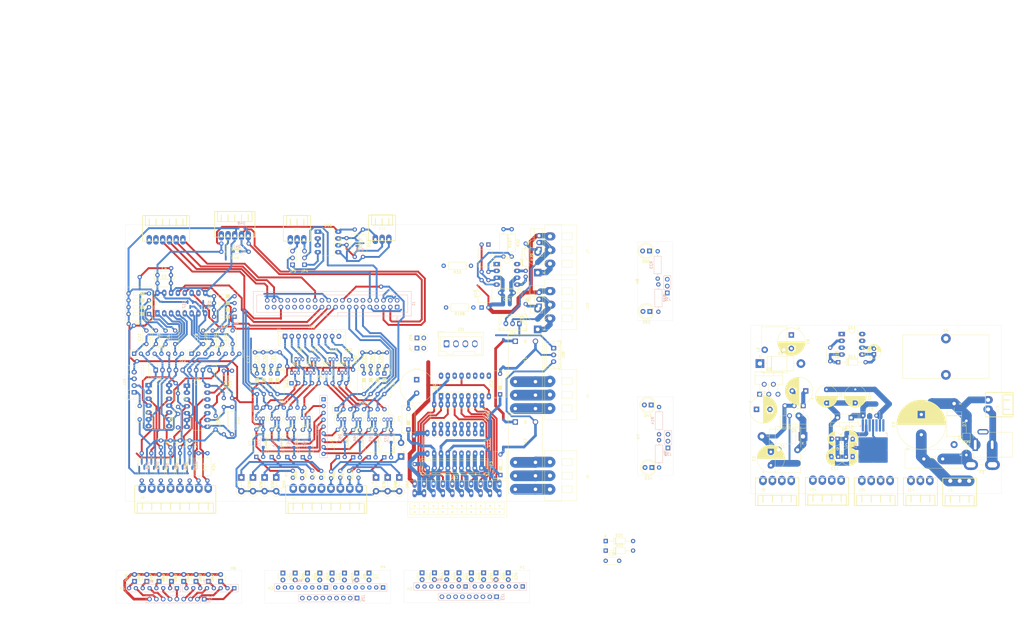
<source format=kicad_pcb>
(kicad_pcb
	(version 20240108)
	(generator "pcbnew")
	(generator_version "8.0")
	(general
		(thickness 1.6)
		(legacy_teardrops no)
	)
	(paper "A3")
	(layers
		(0 "F.Cu" signal)
		(31 "B.Cu" signal)
		(32 "B.Adhes" user "B.Adhesive")
		(33 "F.Adhes" user "F.Adhesive")
		(34 "B.Paste" user)
		(35 "F.Paste" user)
		(36 "B.SilkS" user "B.Silkscreen")
		(37 "F.SilkS" user "F.Silkscreen")
		(38 "B.Mask" user)
		(39 "F.Mask" user)
		(40 "Dwgs.User" user "User.Drawings")
		(41 "Cmts.User" user "User.Comments")
		(42 "Eco1.User" user "User.Eco1")
		(43 "Eco2.User" user "User.Eco2")
		(44 "Edge.Cuts" user)
		(45 "Margin" user)
		(46 "B.CrtYd" user "B.Courtyard")
		(47 "F.CrtYd" user "F.Courtyard")
		(48 "B.Fab" user)
		(49 "F.Fab" user)
		(50 "User.1" user)
		(51 "User.2" user)
		(52 "User.3" user)
		(53 "User.4" user)
		(54 "User.5" user)
		(55 "User.6" user)
		(56 "User.7" user)
		(57 "User.8" user)
		(58 "User.9" user)
	)
	(setup
		(pad_to_mask_clearance 0)
		(allow_soldermask_bridges_in_footprints no)
		(pcbplotparams
			(layerselection 0x00010fc_ffffffff)
			(plot_on_all_layers_selection 0x0000000_00000000)
			(disableapertmacros no)
			(usegerberextensions no)
			(usegerberattributes yes)
			(usegerberadvancedattributes yes)
			(creategerberjobfile yes)
			(dashed_line_dash_ratio 12.000000)
			(dashed_line_gap_ratio 3.000000)
			(svgprecision 4)
			(plotframeref no)
			(viasonmask no)
			(mode 1)
			(useauxorigin no)
			(hpglpennumber 1)
			(hpglpenspeed 20)
			(hpglpendiameter 15.000000)
			(pdf_front_fp_property_popups yes)
			(pdf_back_fp_property_popups yes)
			(dxfpolygonmode yes)
			(dxfimperialunits yes)
			(dxfusepcbnewfont yes)
			(psnegative no)
			(psa4output no)
			(plotreference yes)
			(plotvalue yes)
			(plotfptext yes)
			(plotinvisibletext no)
			(sketchpadsonfab no)
			(subtractmaskfromsilk no)
			(outputformat 1)
			(mirror no)
			(drillshape 1)
			(scaleselection 1)
			(outputdirectory "")
		)
	)
	(net 0 "")
	(net 1 "+5V")
	(net 2 "/Buzzer")
	(net 3 "+24V filtered")
	(net 4 "GND")
	(net 5 "+3V3")
	(net 6 "/ADC_CH3")
	(net 7 "/ADC_CH1")
	(net 8 "+12V")
	(net 9 "Net-(D6-K)")
	(net 10 "Net-(U1-BOOT)")
	(net 11 "/Dig-IN_1")
	(net 12 "Net-(U11-CAP+)")
	(net 13 "Net-(D14-K)")
	(net 14 "-5V")
	(net 15 "/ADC_CH5")
	(net 16 "/ADC_CH6")
	(net 17 "/ADC_CH0")
	(net 18 "/ADC_CH2")
	(net 19 "/ADC_CH7")
	(net 20 "/ADC_CH4")
	(net 21 "/Dig-IN_2")
	(net 22 "/Dig-IN_3")
	(net 23 "/Dig-IN_4")
	(net 24 "/Dig-IN_5")
	(net 25 "/Dig-IN_6")
	(net 26 "/Dig-IN_7")
	(net 27 "/Dig-IN_8")
	(net 28 "Net-(D1-K)")
	(net 29 "Net-(D2-K)")
	(net 30 "Net-(D5-K)")
	(net 31 "OUT_Digital_1_open-drain")
	(net 32 "Net-(U3C-+)")
	(net 33 "Net-(U3D-+)")
	(net 34 "IN_Analog_6 (0-20mA)")
	(net 35 "IN_Analog_7 (0-20mA)")
	(net 36 "Net-(U9B-+)")
	(net 37 "/OUT_PWM_1_diode")
	(net 38 "/OUT_PWM_2_diode")
	(net 39 "Net-(D34-A)")
	(net 40 "Net-(U9A-+)")
	(net 41 "OUT_Digital_2_open-drain")
	(net 42 "OUT_Digital_3_open-drain")
	(net 43 "OUT_Digital_4_open-drain")
	(net 44 "OUT_Digital_5_open-drain")
	(net 45 "Net-(U3A-+)")
	(net 46 "I2C_SDA")
	(net 47 "RS485_B")
	(net 48 "RS485_A")
	(net 49 "Net-(D50-A1)")
	(net 50 "Net-(D51-A)")
	(net 51 "Net-(D53-A1)")
	(net 52 "Net-(D54-A)")
	(net 53 "Net-(D56-A1)")
	(net 54 "Net-(D57-A)")
	(net 55 "Net-(D59-A1)")
	(net 56 "Net-(D60-A)")
	(net 57 "Net-(D62-A1)")
	(net 58 "Net-(D63-A)")
	(net 59 "Net-(D65-A1)")
	(net 60 "Net-(D66-A)")
	(net 61 "Net-(D68-A1)")
	(net 62 "Net-(D69-A)")
	(net 63 "Net-(D71-A1)")
	(net 64 "Net-(D72-A)")
	(net 65 "+BATT")
	(net 66 "unconnected-(J1-ID_SD{slash}GPIO0-Pad27)")
	(net 67 "/SPI_CE0_ADC")
	(net 68 "Net-(J1-3V3-Pad1)")
	(net 69 "/SPI0_miso_ADC")
	(net 70 "/UART_DIR-T")
	(net 71 "/SPI0_mosi_ADC")
	(net 72 "/SPI0_sclk_ADC")
	(net 73 "/UART_TX")
	(net 74 "/SPI1_miso_FREE")
	(net 75 "/SR-OUT_latch")
	(net 76 "/SPI1_mosi_FREE")
	(net 77 "/SR-OUT_clock")
	(net 78 "/SR-OUT_data")
	(net 79 "unconnected-(J1-ID_SC{slash}GPIO1-Pad28)")
	(net 80 "/SPI1_CE_FREE")
	(net 81 "/UART_RX")
	(net 82 "/OUT_PWM_2")
	(net 83 "/SPI1_sclk_FREE")
	(net 84 "/OUT_PWM_1")
	(net 85 "IN_Digital_8")
	(net 86 "IN_Digital_5")
	(net 87 "IN_Digital_2")
	(net 88 "IN_Digital_3")
	(net 89 "IN_Digital_4")
	(net 90 "IN_Digital_6")
	(net 91 "IN_Digital_7")
	(net 92 "IN_Digital_1")
	(net 93 "OUT_Digital_8")
	(net 94 "OUT_Digital_7_open-drain")
	(net 95 "OUT_Digital_2")
	(net 96 "OUT_Digital_4")
	(net 97 "OUT_Digital_5")
	(net 98 "OUT_Digital_6")
	(net 99 "OUT_Digital_3")
	(net 100 "OUT_Digital_7")
	(net 101 "OUT_Digital_8_open-drain")
	(net 102 "OUT_Digital_1")
	(net 103 "OUT_Digital_6_open-drain")
	(net 104 "Net-(J4-Pin_1)")
	(net 105 "Net-(J4-Pin_2)")
	(net 106 "Net-(J4-Pin_3)")
	(net 107 "OUT_Digital_COM_open-drain")
	(net 108 "Net-(J6-Pin_1)")
	(net 109 "Net-(J6-Pin_3)")
	(net 110 "Net-(J6-Pin_2)")
	(net 111 "IN_Analog_1 (0-3.3V)")
	(net 112 "IN_Analog_5 (0-24V)")
	(net 113 "IN_Analog_4 (0-12V)")
	(net 114 "IN_Analog_2 (0-5V)")
	(net 115 "IN_Analog_0 (0-3.3V)")
	(net 116 "IN_Analog_3 (0-5V)")
	(net 117 "Net-(Q1-G)")
	(net 118 "Net-(Q2-G)")
	(net 119 "Net-(Q2-D)")
	(net 120 "Net-(Q5-G)")
	(net 121 "Net-(C17-Pad1)")
	(net 122 "Net-(Q7-G)")
	(net 123 "Net-(Q7-D)")
	(net 124 "Net-(C29-Pad1)")
	(net 125 "Net-(Q9-G)")
	(net 126 "Net-(C30-Pad1)")
	(net 127 "Net-(Q10-G)")
	(net 128 "Net-(Q11-D)")
	(net 129 "Net-(Q11-G)")
	(net 130 "Net-(C31-Pad1)")
	(net 131 "Net-(Q13-G)")
	(net 132 "Net-(Q13-D)")
	(net 133 "Net-(C32-Pad1)")
	(net 134 "Net-(Q15-D)")
	(net 135 "Net-(Q15-G)")
	(net 136 "Net-(C33-Pad1)")
	(net 137 "Net-(Q17-G)")
	(net 138 "Net-(Q17-D)")
	(net 139 "Net-(C34-Pad1)")
	(net 140 "Net-(Q19-D)")
	(net 141 "Net-(Q19-G)")
	(net 142 "Net-(C35-Pad1)")
	(net 143 "Net-(U9C--)")
	(net 144 "Net-(U12-~{OUTA})")
	(net 145 "Net-(U12-~{OUTB})")
	(net 146 "Net-(U12-INB)")
	(net 147 "Net-(R33-Pad1)")
	(net 148 "Net-(U9D--)")
	(net 149 "Net-(U12-INA)")
	(net 150 "Net-(R108-Pad1)")
	(net 151 "unconnected-(U1-EN-Pad7)")
	(net 152 "unconnected-(U1-NC-Pad5)")
	(net 153 "unconnected-(U2-QH'-Pad9)")
	(net 154 "unconnected-(U11-OSC-Pad7)")
	(net 155 "unconnected-(U11-NC-Pad1)")
	(net 156 "unconnected-(U12-NC-Pad8)")
	(net 157 "unconnected-(U12-NC-Pad1)")
	(net 158 "Net-(U3B-+)")
	(net 159 "Net-(D45-K)")
	(net 160 "/LED_analog-CH6")
	(net 161 "/LED_analog-CH2")
	(net 162 "/LED_analog-CH7")
	(net 163 "/LED_analog-CH5")
	(net 164 "/LED_analog-CH0")
	(net 165 "/LED_analog-CH1")
	(net 166 "/LED_analog-CH3")
	(net 167 "/LED_analog-CH4")
	(net 168 "Net-(D10-K)")
	(net 169 "Net-(D7-A)")
	(net 170 "Net-(D8-A)")
	(net 171 "Net-(D10-A)")
	(net 172 "Net-(D15-A)")
	(net 173 "Net-(D17-A)")
	(net 174 "Net-(D23-A)")
	(net 175 "Net-(D26-A)")
	(net 176 "Net-(D27-A)")
	(net 177 "Net-(D82-K)")
	(net 178 "Net-(D82-A)")
	(net 179 "Net-(D83-K)")
	(net 180 "Net-(D84-K)")
	(net 181 "Net-(D85-K)")
	(net 182 "Net-(D86-K)")
	(net 183 "Net-(D87-K)")
	(net 184 "Net-(D88-K)")
	(net 185 "Net-(D89-K)")
	(net 186 "Net-(J25-Pin_8)")
	(net 187 "Net-(J25-Pin_5)")
	(net 188 "Net-(J25-Pin_7)")
	(net 189 "Net-(J25-Pin_2)")
	(net 190 "Net-(J25-Pin_6)")
	(net 191 "Net-(J25-Pin_1)")
	(net 192 "Net-(J25-Pin_4)")
	(net 193 "Net-(J25-Pin_3)")
	(net 194 "Net-(J27-Pin_4)")
	(net 195 "Net-(J27-Pin_8)")
	(net 196 "Net-(J27-Pin_1)")
	(net 197 "Net-(J27-Pin_5)")
	(net 198 "Net-(J27-Pin_6)")
	(net 199 "Net-(J27-Pin_7)")
	(net 200 "Net-(J27-Pin_3)")
	(net 201 "Net-(J27-Pin_2)")
	(net 202 "Net-(D20-A)")
	(net 203 "Net-(D20-K)")
	(net 204 "Net-(D30-K)")
	(net 205 "Net-(D37-K)")
	(net 206 "Net-(D40-K)")
	(net 207 "Net-(D41-K)")
	(net 208 "Net-(D42-K)")
	(net 209 "Net-(D43-K)")
	(net 210 "Net-(D44-K)")
	(net 211 "/LED_digital-out_2")
	(net 212 "/LED_digital-out_8")
	(net 213 "/LED_digital-out_6")
	(net 214 "/LED_digital-out_5")
	(net 215 "/LED_digital-out_4")
	(net 216 "/LED_digital-out_7")
	(net 217 "/LED_digital-out_1")
	(net 218 "/LED_digital-out_3")
	(net 219 "Net-(J23-Pin_1)")
	(net 220 "Net-(J23-Pin_5)")
	(net 221 "Net-(J23-Pin_3)")
	(net 222 "Net-(J23-Pin_2)")
	(net 223 "Net-(J23-Pin_8)")
	(net 224 "Net-(J23-Pin_7)")
	(net 225 "Net-(J23-Pin_4)")
	(net 226 "Net-(J23-Pin_6)")
	(net 227 "/LED_relay-1")
	(net 228 "/LED_PWM-1")
	(net 229 "/LED_PWM-2")
	(net 230 "Net-(D34-K)")
	(net 231 "/LED_relay-2")
	(net 232 "Net-(D52-K)")
	(net 233 "Net-(D52-A)")
	(net 234 "Net-(D55-K)")
	(net 235 "Net-(J30-Pin_3)")
	(net 236 "Net-(J30-Pin_2)")
	(net 237 "Net-(J31-Pin_3)")
	(net 238 "Net-(J31-Pin_2)")
	(net 239 "Net-(RN9-R2.2)")
	(net 240 "Net-(RN9-R8.2)")
	(net 241 "Net-(RN9-R7.2)")
	(net 242 "Net-(RN9-R5.2)")
	(net 243 "Net-(RN9-R1.2)")
	(net 244 "Net-(RN9-R6.2)")
	(net 245 "Net-(RN9-R3.2)")
	(net 246 "Net-(RN9-R4.2)")
	(net 247 "/DIP_EN-Filter-ADC3")
	(net 248 "/DIP_EN-Filter-ADC1")
	(net 249 "/DIP_EN-Filter-ADC5")
	(net 250 "/DIP_EN-Filter-ADC6")
	(net 251 "/DIP_EN-Filter-ADC0")
	(net 252 "/DIP_EN-Filter-ADC2")
	(net 253 "/DIP_EN-Filter-ADC7")
	(net 254 "/DIP_EN-Filter-ADC4")
	(net 255 "unconnected-(J3-Pin_6-Pad6)")
	(net 256 "unconnected-(J3-Pin_5-Pad5)")
	(net 257 "unconnected-(J19-Pin_4-Pad4)")
	(net 258 "unconnected-(J19-Pin_5-Pad5)")
	(net 259 "I2C_SCL")
	(net 260 "Net-(J10-Pin_2)")
	(net 261 "Net-(J10-Pin_1)")
	(net 262 "Net-(JP4-A)")
	(net 263 "Net-(JP5-A)")
	(net 264 "GNDPWR")
	(net 265 "Net-(JP6-A)")
	(footprint "Capacitor_THT:CP_Radial_D10.0mm_P5.00mm" (layer "F.Cu") (at 316.738 143.174323 -90))
	(footprint "Connector_JST:JST_XH_B9B-XH-A_1x09_P2.50mm_Vertical" (layer "F.Cu") (at 128.664 143.68515))
	(footprint "Resistor_THT:R_Axial_DIN0207_L6.3mm_D2.5mm_P2.54mm_Vertical" (layer "F.Cu") (at 151.511 109.728 90))
	(footprint "Button_Switch_THT:SW_DIP_SPSTx04_Slide_9.78x12.34mm_W7.62mm_P2.54mm" (layer "F.Cu") (at 78.1495 135.389 180))
	(footprint "Package_TO_SOT_THT:TO-92_Inline" (layer "F.Cu") (at 131.1235 157.21105))
	(footprint "Package_DIP:DIP-4_W10.16mm" (layer "F.Cu") (at 201.671 132.969 90))
	(footprint "Button_Switch_THT:SW_DIP_SPSTx01_Slide_9.78x4.72mm_W7.62mm_P2.54mm" (layer "F.Cu") (at 174.498 178.2655 90))
	(footprint "Relay_THT:Relay_SPDT_Omron_G2RL-1-E" (layer "F.Cu") (at 214.182 145.522))
	(footprint "Resistor_THT:R_Axial_DIN0207_L6.3mm_D2.5mm_P10.16mm_Horizontal" (layer "F.Cu") (at 99.822 187.0877 -90))
	(footprint "LED_THT:LED_D3.0mm_IRGrey" (layer "F.Cu") (at 91.02905 234.6843 90))
	(footprint "LED_THT:LED_D3.0mm_IRGrey" (layer "F.Cu") (at 127.85905 231.6313 -90))
	(footprint "Capacitor_THT:CP_Radial_D10.0mm_P5.00mm" (layer "F.Cu") (at 322.061651 163.967646 180))
	(footprint "Diode_THT:D_DO-201AD_P15.24mm_Horizontal" (layer "F.Cu") (at 305.054 153.797))
	(footprint "Package_DIP:DIP-8_W7.62mm_LongPads" (layer "F.Cu") (at 140.828 104.785))
	(footprint "Diode_THT:D_DO-15_P5.08mm_Vertical_KathodeUp" (layer "F.Cu") (at 112.4282 196.1055 -90))
	(footprint "custom-footprints1:WAGO 713-1430 MINI HD Stiftleiste gewinkelt 2x10-polig, RM 3,5"
		(layer "F.Cu")
		(uuid "0b9224b3-0f0b-43dd-942d-c7854c058adc")
		(at 192.56 202.93)
		(property "Reference" "J28"
			(at -3.75 10.5 0)
			(unlocked yes)
			(layer "F.SilkS")
			(hide yes)
			(uuid "f2cab4c9-097e-4387-b83a-71c90f96494d")
			(effects
				(font
					(size 1 1)
					(thickness 0.1)
				)
			)
		)
		(property "Value" "8x Digital out (opendrain + push-pull)"
			(at -3.25 9 0)
			(unlocked yes)
			(layer "F.Fab")
			(uuid "24be26db-6b3b-4560-a0ff-306f51858260")
			(effects
				(font
					(size 1 1)
					(thickness 0.15)
				)
			)
		)
		(property "Footprint" "custom-footprints1:WAGO 713-1430 MINI HD Stiftleiste gewinkelt 2x10-polig, RM 3,5"
			(at -15.75 -1 0)
			(unlocked yes)
			(layer "F.Fab")
			(hide yes)
			(uuid "32fa4484-974c-482b-a6f4-7790c4bab8d0")
			(effects
				(font
					(size 1 1)
					(thickness 0.15)
				)
			)
		)
		(property "Datasheet" "https://www.reichelt.com/be/en/shop/product/mini_hd_pin_header_angled_2x10-pin_rm_3_5-100894?nbc=1&trstct=pos_2"
			(at -15.75 -1 0)
			(unlocked yes)
			(layer "F.Fab")
			(hide yes)
			(uuid "3e5f419a-7e8d-4fe3-9371-34e8dec08023")
			(effects
				(font
					(size 1 1)
					(thickness 0.15)
				)
			)
		)
		(property "Description" "Generic screw terminal, single row, 01x20, script generated (kicad-library-utils/schlib/autogen/connector/)"
			(at -15.75 -1 0)
			(unlocked yes)
			(layer "F.Fab")
			(hide yes)
			(uuid "fd4682e7-a49c-48ce-96f7-de84d5a19ed0")
			(effects
				(font
					(size 1 1)
					(thickness 0.15)
				)
			)
		)
		(property ki_fp_filters "TerminalBlock*:*")
		(path "/55786989-b556-48ad-a3ab-f25a283a670c")
		(sheetname "Root")
		(sheetfile "pi-interface-board_v1.0.kicad_sch")
		(attr through_hole)
		(fp_line
			(start -17.5 4.75)
			(end 17.5 4.75)
			(stroke
				(width 0.1)
				(type default)
			)
			(layer "F.SilkS")
			(uuid "12fc1ede-d536-4cdb-9b9f-26504dd6ed7c")
		)
		(fp_line
			(start -14 2.5)
			(end -14 7)
			(stroke
				(width 0.1)
				(type default)
			)
			(layer "F.SilkS")
			(uuid "cf2015eb-aaf6-473c-9858-e5c0ade33d96")
		)
		(fp_line
			(start -10.5 2.5)
			(end -10.5 7)
			(stroke
				(width 0.1)
				(type default)
			)
			(layer "F.SilkS")
			(uuid "683ef6a7-ff95-42fc-8131-208d74269a01")
		)
		(fp_line
			(start -7 2.5)
			(end -7 7)
			(stroke
				(width 0.1)
				(type default)
			)
			(layer "F.SilkS")
			(uuid "4dfa3413-2b2f-45f0-a53e-b33923f8590d")
		)
		(fp_line
			(start -3.5 2.5)
			(end -3.5 7)
			(stroke
				(width 0.1)
				(type default)
			)
			(layer "F.SilkS")
			(uuid "46de22ba-a072-4a91-85f8-f593e56e925b")
		)
		(fp_line
			(start 0 2.5)
			(end 0 7)
			(stroke
				(width 0.1)
				(type default)
			)
			(layer "F.SilkS")
			(uuid "18bc9cfc-e94f-4b6e-897c-55137e04ec09")
		)
		(fp_line
			(start 3.5 2.5)
			(end 3.5 7)
			(stroke
				(width 0.1)
				(type default)
			)
			(layer "F.SilkS")
			(uuid "1cc7d290-3576-4b17-9db3-ece718b44a13")
		)
		(fp_line
			(start 7 2.5)
			(end 7 7)
			(stroke
				(width 0.1)
				(type default)
			)
			(layer "F.SilkS")
			(uuid "6675fd75-b5a8-4528-bdc2-55a535dd6a76")
		)
		(fp_line
			(start 10.5 2.5)
			(end 10.5 7)
			(stroke
				(width 0.1)
				(type default)
			)
			(layer "F.SilkS")
			(uuid "edbf9257-ca16-445f-abbb-dadf06d2836a")
		)
		(fp_line
			(start 14 2.5)
			(end 14 7)
			(stroke
				(width 0.1)
				(type default)
			)
			(layer "F.SilkS")
			(uuid "e49ede3b-80d2-43c0-82f1-f66e0aa2cf46")
		)
		(fp_rect
			(start -18.35 -5.6)
			(end 18.45 7.9)
			(stroke
				(width 0.1)
				(type default)
			)
			(fill none)
			(layer "F.SilkS")
			(uuid "31bb729e-69e9-4715-b4cb-892a256e062b")
		)
		(fp_rect
			(start -17.5 2.5)
			(end 17.5 7)
			(stroke
				(width 0.1)
				(type default)
			)
			(fill none)
			(layer "F.SilkS")
			(uuid "4801873d-7f64-4f16-9acf-d5eb0c70d75a")
		)
		(fp_circle
			(center -15.75 3.75)
			(end -15.5 3.75)
			(stroke
				(width 0.1)
				(type solid)
			)
			(fill solid)
			(layer "F.SilkS")
			(uuid "9354940f-d20c-441f-a77e-dbc43bdddb06")
		)
		(fp_circle
			(center -15.75 6)
			(end -15.5 6)
			(stroke
				(width 0.1)
				(type solid)
			)
			(fill solid)
			(layer "F.SilkS")
			(uuid "e217c708-bb44-4882-96d9-8faa734f3b4e")
		)
		(fp_circle
			(center -12.25 3.75)
			(end -12 3.75)
			(stroke
				(width 0.1)
				(type solid)
			)
			(fill solid)
			(layer "F.SilkS")
			(uuid "b215cdf7-9a6c-4955-8bc7-42c9daf686f4")
		)
		(fp_circle
			(center -12.25 6)
			(end -12 6)
			(stroke
				(width 0.1)
				(type solid)
			)
			(fill solid)
			(layer "F.SilkS")
			(uuid "53f56dfd-d183-4756-9ce3-a90bd32de8a9")
		)
		(fp_circle
			(center -8.75 3.75)
			(end -8.5 3.75)
			(stroke
				(width 0.1)
				(type solid)
			)
			(fill solid)
			(layer "F.SilkS")
			(uuid "3d1169d1-575e-4a45-a77e-044fd03e5377")
		)
		(fp_circle
			(center -8.75 6)
			(end -8.5 6)
			(stroke
				(width 0.1)
				(type solid)
			)
			(fill solid)
			(layer "F.SilkS")
			(uuid "4ef02785-5680-40ac-862a-20bf251fcc7f")
		)
		(fp_circle
			(center -5.25 3.75)
			(end -5 3.75)
			(stroke
				(width 0.1)
				(type solid)
			)
			(fill solid)
			(layer "F.SilkS")
			(uuid "2b0c75ff-fdb6-4b95-ae54-b98a2b6577dd")
		)
		(fp_circle
			(center -5.25 6)
			(end -5 6)
			(stroke
				(width 0.1)
				(type solid)
			)
			(fill solid)
			(layer "F.SilkS")
			(uuid "1d76eb38-2a48-4eda-a081-bad279402646")
		)
		(fp_circle
			(center -1.75 3.75)
			(end -1.5 3.75)
			(stroke
				(width 0.1)
				(type solid)
			)
			(fill solid)
			(layer "F.SilkS")
			(uuid "8f698cdd-46d9-444d-b0ac-2e5d82632b15")
		)
		(fp_circle
			(center -1.75 6)
			(end -1.5 6)
			(stroke
				(width 0.1)
				(type solid)
			)
			(fill solid)
			(layer "F.SilkS")
			(uuid "f4fedef3-06ba-47cf-a870-99bfc14691ab")
		)
		(fp_circle
			(center 1.75 3.75)
			(end 2 3.75)
			(stroke
				(width 0.1)
				(type solid)
			)
			(fill solid)
			(layer "F.SilkS")
			(uuid "c9fc9022-a8b4-42b4-b11a-b466f9dc84e6")
		)
		(fp_circle
			(center 1.75 6)
			(end 2 6)
			(stroke
				(width 0.1)
				(type solid)
			)
			(fill solid)
			(layer "F.SilkS")
			(uuid "6f50586a-32a6-47e7-8fa0-96fc7970bf6c")
		)
		(fp_circle
			(center 5.25 3.75)
			(end 5.5 3.75)
			(stroke
				(width 0.1)
				(type solid)
			)
			(fill solid)
			(layer "F.SilkS")
			(uuid "f5b73840-1d99-4e0c-b7f2-c8b2b190a552")
		)
		(fp_circle
			(center 5.25 6)
			(end 5.5 6)
			(stroke
				(width 0.1)
				(type solid)
			)
			(fill solid)
			(layer "F.SilkS")
			(uuid "64d7effd-7d67-4b5b-aee7-e928b6b6ec6d")
		)
		(fp_circle
			(center 8.75 3.75)
			(end 9 3.75)
			(stroke
				(width 0.1)
				(type solid)
			)
			(fill solid)
			(layer "F.SilkS")
			(uuid "57160459-46eb-4264-a473-c2d053a8a033")
		)
		(fp_cir
... [1905155 chars truncated]
</source>
